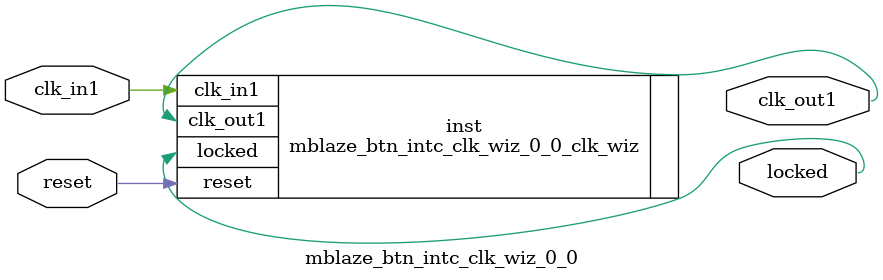
<source format=v>


`timescale 1ps/1ps

(* CORE_GENERATION_INFO = "mblaze_btn_intc_clk_wiz_0_0,clk_wiz_v6_0_4_0_0,{component_name=mblaze_btn_intc_clk_wiz_0_0,use_phase_alignment=true,use_min_o_jitter=false,use_max_i_jitter=false,use_dyn_phase_shift=false,use_inclk_switchover=false,use_dyn_reconfig=false,enable_axi=0,feedback_source=FDBK_AUTO,PRIMITIVE=MMCM,num_out_clk=1,clkin1_period=10.000,clkin2_period=10.000,use_power_down=false,use_reset=true,use_locked=true,use_inclk_stopped=false,feedback_type=SINGLE,CLOCK_MGR_TYPE=NA,manual_override=false}" *)

module mblaze_btn_intc_clk_wiz_0_0 
 (
  // Clock out ports
  output        clk_out1,
  // Status and control signals
  input         reset,
  output        locked,
 // Clock in ports
  input         clk_in1
 );

  mblaze_btn_intc_clk_wiz_0_0_clk_wiz inst
  (
  // Clock out ports  
  .clk_out1(clk_out1),
  // Status and control signals               
  .reset(reset), 
  .locked(locked),
 // Clock in ports
  .clk_in1(clk_in1)
  );

endmodule

</source>
